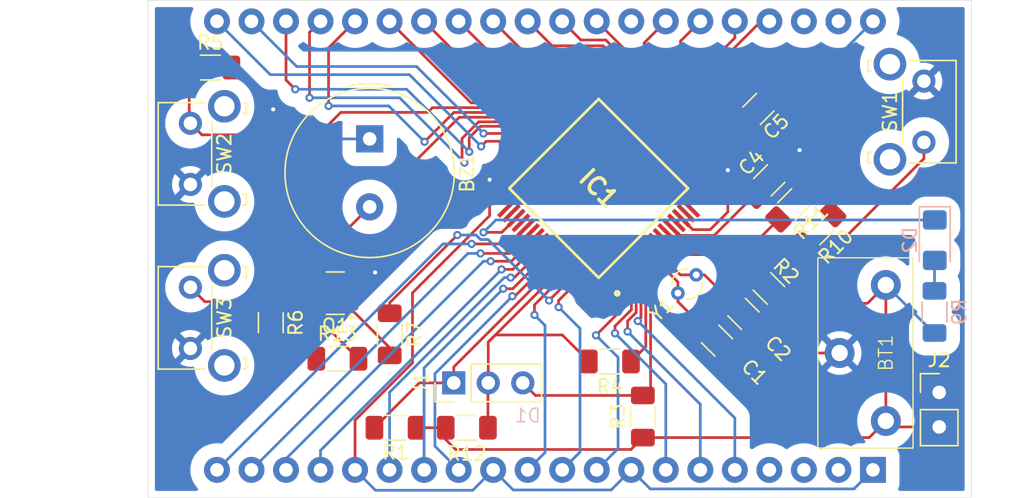
<source format=kicad_pcb>
(kicad_pcb (version 20241229) (generator "pcbnew") (generator_version "9.0")
  (layers (0 "F.Cu" signal "Front") (4 "In1.Cu" signal) (6 "In2.Cu" signal) (2 "B.Cu" signal "Back") (13 "F.Paste" user) (15 "B.Paste" user) (5 "F.SilkS" user) (7 "B.SilkS" user) (1 "F.Mask" user) (3 "B.Mask" user) (25 "Edge.Cuts" user))
  (net 0 "")
  (net 1 "/COM")
  (net 2 "/XT2")
  (net 3 "/SEG22")
  (net 4 "GND")
  (net 6 "/SEG14")
  (net 7 "/SEG12")
  (net 8 "/SEG13")
  (net 9 "/SEG34")
  (net 10 "Net-(BZ1--)")
  (net 12 "/XT1")
  (net 13 "/SEG1")
  (net 15 "/SEG38")
  (net 16 "/TOOLRXD")
  (net 17 "/SEG11")
  (net 18 "/TOOLTXD")
  (net 19 "/SEG25")
  (net 21 "/SEG15")
  (net 22 "VDD")
  (net 24 "/SEG21")
  (net 25 "/SEG36")
  (net 26 "/SEG31")
  (net 27 "/SEG35")
  (net 29 "/SEG18")
  (net 31 "/SEG3")
  (net 32 "/SEG0")
  (net 33 "/SEG6")
  (net 34 "/SEG10")
  (net 35 "/SEG20")
  (net 36 "/SEG28")
  (net 37 "/SEG9")
  (net 39 "/SEG33")
  (net 41 "/SEG37")
  (net 42 "/SEG32")
  (net 43 "Net-(IC1-REGC)")
  (net 45 "/RESET")
  (net 48 "/SEG23")
  (net 49 "/TOOL0")
  (net 50 "/SEG16")
  (net 51 "Net-(IC1-P16{slash}SI01{slash}INTP2{slash}SEG5)")
  (net 52 "/SEG19")
  (net 53 "/SEG8")
  (net 54 "/SEG24")
  (net 56 "Net-(IC1-P121{slash}X1)")
  (net 57 "/SEG26")
  (net 58 "/SEG2")
  (net 59 "Net-(D2-K)")
  (net 60 "Net-(IC1-P122{slash}X2{slash}EXCLK)")
  (net 61 "/SWIN")
  (net 62 "/SWOUT")
  (net 63 "Net-(IC1-P50{slash}INTP5{slash}SEG7{slash}(PCLBUZ0))")
  (net 64 "/PCLBUZ0")
  (net 65 "Net-(IC1-P137{slash}INTP0)")
  (net 66 "Net-(Q1-B)")
  (net 67 "Net-(D2-A)")
  (footprint "Buzzer_Beeper:Buzzer_TDK_PS1240P02BT_D12.2mm_H6.5mm" (layer "F.Cu") (at 132.375 94.15 -90)
    (property "Reference" "BZ1")
    (property "Value" "Buzzer")
  )
  (footprint "Resistor_SMD:R_1206_3216Metric_Pad1.30x1.75mm_HandSolder" (layer "F.Cu") (at 120.65 88.9)
    (property "Reference" "R5")
    (property "Value" "10k")
  )
  (footprint "Capacitor_SMD:C_1206_3216Metric_Pad1.33x1.80mm_HandSolder" (layer "F.Cu") (at 157.925 109 135)
    (property "Reference" "C1")
    (property "Value" "8pf")
  )
  (footprint "Connector_PinHeader_2.54mm:PinHeader_1x03_P2.54mm_Vertical" (layer "F.Cu") (at 138.56 112.1 90)
    (property "Reference" "J1")
    (property "Value" "Conn_01x03_Pin")
  )
  (footprint "Resistor_SMD:R_1206_3216Metric_Pad1.30x1.75mm_HandSolder" (layer "F.Cu") (at 130 110.325)
    (property "Reference" "R13")
    (property "Value" "1k")
  )
  (footprint "Button_Switch_THT:SW_SPST_Omron_B3F-315x_Angled" (layer "F.Cu") (at 119.185 109.565001 90)
    (property "Reference" "SW3")
    (property "Value" "SW_MEC_5G")
  )
  (footprint "Resistor_SMD:R_1206_3216Metric_Pad1.30x1.75mm_HandSolder" (layer "F.Cu") (at 125.1 107.675 -90)
    (property "Reference" "R6")
    (property "Value" "10k")
  )
  (footprint "Button_Switch_THT:SW_SPST_Omron_B3F-315x_Angled" (layer "F.Cu") (at 119.185 97.500001 90)
    (property "Reference" "SW2")
    (property "Value" "SW_MEC_5G")
  )
  (footprint "Button_Switch_THT:SW_SPST_Omron_B3F-315x_Angled" (layer "F.Cu") (at 173.15 89.899999 -90)
    (property "Reference" "SW1")
    (property "Value" "SW_MEC_5G")
  )
  (footprint "3rdparty:QFP50P1200X1200X170-64M" (layer "F.Cu") (at 149.225 97.79 135)
    (property "Reference" "IC1")
    (property "Value" "R5F10RLAGFB#10" (hide yes))
  )
  (footprint "Crystal:Crystal_DS26_D2.0mm_L6.0mm_Vertical" (layer "F.Cu") (at 156.396752 104.153249 -135)
    (property "Reference" "Y1")
    (property "Value" "32.768 kHz")
  )
  (footprint "Connector_PinHeader_2.54mm:PinHeader_1x02_P2.54mm_Vertical" (layer "F.Cu") (at 174.275 112.8)
    (property "Reference" "J2")
    (property "Value" "Conn_01x02_Pin")
  )
  (footprint "Resistor_SMD:R_1206_3216Metric_Pad1.30x1.75mm_HandSolder" (layer "F.Cu") (at 133.85 108.525 -90)
    (property "Reference" "R7")
    (property "Value" "4.7k")
  )
  (footprint "Resistor_SMD:R_1206_3216Metric_Pad1.30x1.75mm_HandSolder" (layer "F.Cu") (at 150.05 110.525 180)
    (property "Reference" "R4")
    (property "Value" "2k")
  )
  (footprint "Capacitor_SMD:C_1206_3216Metric_Pad1.33x1.80mm_HandSolder" (layer "F.Cu") (at 159.875 107.025 135)
    (property "Reference" "C2")
    (property "Value" "8pf")
  )
  (footprint "Resistor_SMD:R_1206_3216Metric_Pad1.30x1.75mm_HandSolder" (layer "F.Cu") (at 163.55 98.975 -135)
    (property "Reference" "R11")
    (property "Value" "10k")
  )
  (footprint "Package_TO_SOT_SMD:SOT-23" (layer "F.Cu") (at 129.85 105.5 180)
    (property "Reference" "Q1")
    (property "Value" "BC848")
  )
  (footprint "Resistor_SMD:R_1206_3216Metric_Pad1.30x1.75mm_HandSolder" (layer "F.Cu") (at 165.37 100.78 -135)
    (property "Reference" "R10")
    (property "Value" "10k")
  )
  (footprint "3rdparty:COIN_HOLDER_TH" (layer "F.Cu") (at 170.35 109.9 90)
    (property "Reference" "BT1")
    (property "Value" "Battery_Cell")
  )
  (footprint "Capacitor_SMD:C_1206_3216Metric_Pad1.33x1.80mm_HandSolder" (layer "F.Cu") (at 161.775 97.2 45)
    (property "Reference" "C4")
    (property "Value" "0.47uF")
  )
  (footprint "Resistor_SMD:R_1206_3216Metric_Pad1.30x1.75mm_HandSolder" (layer "F.Cu") (at 139.525 115.4)
    (property "Reference" "R12")
    (property "Value" "10k")
  )
  (footprint "Resistor_SMD:R_1206_3216Metric_Pad1.30x1.75mm_HandSolder" (layer "F.Cu") (at 161.75 105.15 -45)
    (property "Reference" "R2")
    (property "Value" "10k")
  )
  (footprint "Capacitor_SMD:C_1206_3216Metric_Pad1.33x1.80mm_HandSolder" (layer "F.Cu") (at 160.975 91.95 -135)
    (property "Reference" "C5")
    (property "Value" "0.1uF")
  )
  (footprint "Resistor_SMD:R_1206_3216Metric_Pad1.30x1.75mm_HandSolder" (layer "F.Cu") (at 134.275 115.4 180)
    (property "Reference" "R1")
    (property "Value" "10k")
  )
  (footprint "Resistor_SMD:R_1206_3216Metric_Pad1.30x1.75mm_HandSolder" (layer "F.Cu") (at 152.475 114.575 90)
    (property "Reference" "R3")
    (property "Value" "1k")
  )
  (footprint "3rdparty:VI-402" (layer "B.Cu") (at 144 87.5 180)
    (property "Reference" "D1")
    (property "Value" "~")
  )
  (footprint "Resistor_SMD:R_1206_3216Metric_Pad1.30x1.75mm_HandSolder" (layer "B.Cu") (at 173.93 106.88 90)
    (property "Reference" "R9")
    (property "Value" "1.6k")
  )
  (footprint "LED_SMD:LED_1206_3216Metric_Pad1.42x1.75mm_HandSolder" (layer "B.Cu") (at 173.95 101.6 -90)
    (property "Reference" "D2")
    (property "Value" "LED")
  )
  (gr_rect (start 116.075 83.95) (end 176.65 120.55) (stroke (width 0.0381)) (fill no) (layer "Edge.Cuts"))
  (segment (start 141.2 97.15) (end 141.2 99.803295) (width 0.2) (layer "F.Cu") (net 1))
  (segment (start 142.036439 96.313561) (end 141.2 97.15) (width 0.2) (layer "F.Cu") (net 1))
  (segment (start 142.44526 96.313561) (end 142.036439 96.313561) (width 0.2) (layer "F.Cu") (net 1))
  (segment (start 135.525 105.478295) (end 135.525 110.625) (width 0.2) (layer "F.Cu") (net 1))
  (segment (start 131.3 114.85) (end 131.3 118.5) (width 0.2) (layer "F.Cu") (net 1))
  (segment (start 142.44526 96.313561) (end 143.50592 95.252901) (width 0.2) (layer "F.Cu") (net 1))
  (segment (start 135.525 110.625) (end 131.3 114.85) (width 0.2) (layer "F.Cu") (net 1))
  (segment (start 141.2 99.803295) (end 135.525 105.478295) (width 0.2) (layer "F.Cu") (net 1))
  (via (at 141.2 97.15) (size 0.6) (drill 0.3) (layers "F.Cu" "B.Cu") (net 1))
  (segment (start 164.125 90.775) (end 169.4 85.5) (width 0.2) (layer "B.Cu") (net 1))
  (segment (start 141.2 97.15) (end 152.625 97.15) (width 0.2) (layer "B.Cu") (net 1))
  (segment (start 131.3 118.5) (end 132.8 120) (width 0.2) (layer "B.Cu") (net 1))
  (segment (start 159 90.775) (end 164.125 90.775) (width 0.2) (layer "B.Cu") (net 1))
  (segment (start 151.62 118.5) (end 153.02 119.9) (width 0.2) (layer "B.Cu") (net 1))
  (segment (start 139.96 120) (end 141.46 118.5) (width 0.2) (layer "B.Cu") (net 1))
  (segment (start 153.02 119.9) (end 168.025 119.9) (width 0.2) (layer "B.Cu") (net 1))
  (segment (start 142.935 119.975) (end 150.145 119.975) (width 0.2) (layer "B.Cu") (net 1))
  (segment (start 152.625 97.15) (end 159 90.775) (width 0.2) (layer "B.Cu") (net 1))
  (segment (start 150.145 119.975) (end 151.62 118.5) (width 0.2) (layer "B.Cu") (net 1))
  (segment (start 168.025 119.875) (end 169.4 118.5) (width 0.2) (layer "B.Cu") (net 1))
  (segment (start 168.025 119.9) (end 168.025 119.875) (width 0.2) (layer "B.Cu") (net 1))
  (segment (start 132.8 120) (end 139.96 120) (width 0.2) (layer "B.Cu") (net 1))
  (segment (start 141.46 118.5) (end 142.935 119.975) (width 0.2) (layer "B.Cu") (net 1))
  (segment (start 155.053249 104.678909) (end 152.822759 102.448419) (width 0.2) (layer "F.Cu") (net 2))
  (segment (start 155.053249 105.496752) (end 155.053249 106.128249) (width 0.2) (layer "F.Cu") (net 2))
  (segment (start 155.053249 106.128249) (end 156.820146 107.895146) (width 0.2) (layer "F.Cu") (net 2))
  (segment (start 155.053249 105.496752) (end 155.053249 104.678909) (width 0.2) (layer "F.Cu") (net 2))
  (segment (start 151.762099 103.50908) (end 152.334814 104.081795) (width 0.2) (layer "F.Cu") (net 3))
  (segment (start 152.334814 104.081795) (end 152.334814 107.315186) (width 0.2) (layer "F.Cu") (net 3))
  (segment (start 152.334814 107.315186) (end 152.1 107.55) (width 0.2) (layer "F.Cu") (net 3))
  (via (at 152.1 107.55) (size 0.6) (drill 0.3) (layers "F.Cu" "B.Cu") (net 3))
  (segment (start 152.1 107.55) (end 159.24 114.69) (width 0.2) (layer "B.Cu") (net 3))
  (segment (start 159.24 114.69) (end 159.24 118.5) (width 0.2) (layer "B.Cu") (net 3))
  (segment (start 160.979854 108.129854) (end 162.75 109.9) (width 0.2) (layer "F.Cu") (net 4))
  (segment (start 158.725 99.525) (end 158.725 96.45) (width 0.2) (layer "F.Cu") (net 4))
  (segment (start 158.725 96.45) (end 158.725 96.425) (width 0.2) (layer "F.Cu") (net 4))
  (segment (start 162.879854 96.064562) (end 162.879854 96.095146) (width 0.2) (layer "F.Cu") (net 4))
  (segment (start 162.75 109.9) (end 166.95 109.9) (width 0.2) (layer "F.Cu") (net 4))
  (segment (start 155.297633 99.973546) (end 156.149087 100.825) (width 0.2) (layer "F.Cu") (net 4))
  (segment (start 130.7875 104.55) (end 132.2 104.55) (width 0.2) (layer "F.Cu") (net 4))
  (segment (start 160.979854 108.154854) (end 160.979854 108.129854) (width 0.2) (layer "F.Cu") (net 4))
  (segment (start 158.375 99.875) (end 158.725 99.525) (width 0.2) (layer "F.Cu") (net 4))
  (segment (start 154.94408 100.327099) (end 155.297633 99.973546) (width 0.2) (layer "F.Cu") (net 4))
  (segment (start 159.029854 110.104854) (end 160.979854 108.154854) (width 0.2) (layer "F.Cu") (net 4))
  (segment (start 156.149087 100.825) (end 157.425 100.825) (width 0.2) (layer "F.Cu") (net 4))
  (segment (start 132.2 104.55) (end 132.775 103.975) (width 0.2) (layer "F.Cu") (net 4))
  (segment (start 159.870146 93.054854) (end 162.879854 96.064562) (width 0.2) (layer "F.Cu") (net 4))
  (segment (start 157.425 100.825) (end 158.375 99.875) (width 0.2) (layer "F.Cu") (net 4))
  (segment (start 162.879854 96.095146) (end 164 94.975) (width 0.2) (layer "F.Cu") (net 4))
  (via (at 132.775 103.975) (size 0.6) (drill 0.3) (layers "F.Cu" "B.Cu") (net 4))
  (via (at 164 94.975) (size 0.6) (drill 0.3) (layers "F.Cu" "B.Cu") (net 4))
  (via (at 158.725 96.45) (size 0.6) (drill 0.3) (layers "F.Cu" "B.Cu") (net 4))
  (segment (start 151.408546 91.717367) (end 151.98126 91.144653) (width 0.2) (layer "F.Cu") (net 6))
  (segment (start 151.98126 91.144653) (end 151.98126 88.40126) (width 0.2) (layer "F.Cu") (net 6))
  (segment (start 151.98126 88.40126) (end 149.08 85.5) (width 0.2) (layer "F.Cu") (net 6))
  (segment (start 145.8 87.3) (end 144 85.5) (width 0.2) (layer "F.Cu") (net 7))
  (segment (start 150.701439 88.451439) (end 149.55 87.3) (width 0.2) (layer "F.Cu") (net 7))
  (segment (start 149.55 87.3) (end 145.8 87.3) (width 0.2) (layer "F.Cu") (net 7))
  (segment (start 150.701439 91.01026) (end 150.701439 88.451439) (width 0.2) (layer "F.Cu") (net 7))
  (segment (start 149.75 86.875) (end 147.915 86.875) (width 0.2) (layer "F.Cu") (net 8))
  (segment (start 147.915 86.875) (end 146.54 85.5) (width 0.2) (layer "F.Cu") (net 8))
  (segment (start 151.054992 91.363814) (end 151.65 90.768806) (width 0.2) (layer "F.Cu") (net 8))
  (segment (start 151.65 88.775) (end 149.75 86.875) (width 0.2) (layer "F.Cu") (net 8))
  (segment (start 151.65 90.768806) (end 151.65 88.775) (width 0.2) (layer "F.Cu") (net 8))
  (segment (start 144.920134 101.741313) (end 142.911447 103.75) (width 0.2) (layer "F.Cu") (net 9))
  (segment (start 142.911447 103.75) (end 142.075 103.75) (width 0.2) (layer "F.Cu") (net 9))
  (via (at 142.075 103.75) (size 0.6) (drill 0.3) (layers "F.Cu" "B.Cu") (net 9))
  (segment (start 142.075 103.75) (end 128.76 117.065) (width 0.2) (layer "B.Cu") (net 9))
  (segment (start 128.76 117.065) (end 128.76 118.5) (width 0.2) (layer "B.Cu") (net 9))
  (segment (start 132.375 99.15) (end 127.45 104.075) (width 0.2) (layer "F.Cu") (net 10))
  (segment (start 128.025 105.5) (end 128.9125 105.5) (width 0.2) (layer "F.Cu") (net 10))
  (segment (start 131.55 110.325) (end 128.9125 107.6875) (width 0.2) (layer "F.Cu") (net 10))
  (segment (start 127.45 104.075) (end 127.45 104.925) (width 0.2) (layer "F.Cu") (net 10))
  (segment (start 128.9125 107.6875) (end 128.9125 105.5) (width 0.2) (layer "F.Cu") (net 10))
  (segment (start 127.45 104.925) (end 128.025 105.5) (width 0.2) (layer "F.Cu") (net 10))
  (segment (start 157.003249 104.153249) (end 158.770146 105.920146) (width 0.2) (layer "F.Cu") (net 12))
  (segment (start 156.396752 104.153249) (end 155.234696 104.153249) (width 0.2) (layer "F.Cu") (net 12))
  (segment (start 156.396752 104.153249) (end 157.003249 104.153249) (width 0.2) (layer "F.Cu") (net 12))
  (segment (start 155.234696 104.153249) (end 153.176313 102.094866) (width 0.2) (layer "F.Cu") (net 12))
  (segment (start 144.213027 94.545794) (end 143.417233 93.75) (width 0.2) (layer "F.Cu") (net 13))
  (segment (start 143.417233 93.75) (end 140.75 93.75) (width 0.2) (layer "F.Cu") (net 13))
  (via (at 140.75 93.75) (size 0.6) (drill 0.3) (layers "F.Cu" "B.Cu") (net 13))
  (segment (start 127.005 88.825) (end 123.68 85.5) (width 0.2) (layer "B.Cu") (net 13))
  (segment (start 140.75 93.75) (end 135.825 88.825) (width 0.2) (layer "B.Cu") (net 13))
  (segment (start 135.825 88.825) (end 127.005 88.825) (width 0.2) (layer "B.Cu") (net 13))
  (segment (start 141.075 112.125) (end 141.1 112.1) (width 0.2) (layer "F.Cu") (net 16))
  (segment (start 146.55 108.575) (end 141.62198 108.575) (width 0.2) (layer "F.Cu") (net 16))
  (segment (start 146.687901 103.50908) (end 141.19849 108.99849) (width 0.2) (layer "F.Cu") (net 16))
  (segment (start 148.5 110.525) (end 146.55 108.575) (width 0.2) (layer "F.Cu") (net 16))
  (segment (start 141.19849 108.99849) (end 141.1 109.096981) (width 0.2) (layer "F.Cu") (net 16))
  (segment (start 141.1 109.096981) (end 141.1 112.1) (width 0.2) (layer "F.Cu") (net 16))
  (segment (start 141.62198 108.575) (end 141.19849 108.99849) (width 0.2) (layer "F.Cu") (net 16))
  (segment (start 141.075 115.4) (end 141.075 112.125) (width 0.2) (layer "F.Cu") (net 16))
  (segment (start 147.748561 91.01026) (end 147.175847 90.437546) (width 0.2) (layer "F.Cu") (net 17))
  (segment (start 146.397546 90.437546) (end 141.46 85.5) (width 0.2) (layer "F.Cu") (net 17))
  (segment (start 147.175847 90.437546) (end 146.397546 90.437546) (width 0.2) (layer "F.Cu") (net 17))
  (segment (start 138.56 110.929873) (end 146.334347 103.155526) (width 0.2) (layer "F.Cu") (net 18))
  (segment (start 138.56 112.1) (end 138.56 110.929873) (width 0.2) (layer "F.Cu") (net 18))
  (segment (start 132.725 115.4) (end 136.025 112.1) (width 0.2) (layer "F.Cu") (net 18))
  (segment (start 136.025 112.1) (end 138.56 112.1) (width 0.2) (layer "F.Cu") (net 18))
  (segment (start 151.299707 106.325293) (end 149.025 108.6) (width 0.2) (layer "F.Cu") (net 19))
  (segment (start 150.701439 104.56974) (end 151.299707 105.168008) (width 0.2) (layer "F.Cu") (net 19))
  (segment (start 151.299707 105.168008) (end 151.299707 106.325293) (width 0.2) (layer "F.Cu") (net 19))
  (via (at 149.025 108.6) (size 0.6) (drill 0.3) (layers "F.Cu" "B.Cu") (net 19))
  (segment (start 150.65 110.225) (end 150.65 116.93) (width 0.2) (layer "B.Cu") (net 19))
  (segment (start 150.65 116.93) (end 149.08 118.5) (width 0.2) (layer "B.Cu") (net 19))
  (segment (start 149.025 108.6) (end 150.65 110.225) (width 0.2) (layer "B.Cu") (net 19))
  (segment (start 151.762099 92.07092) (end 152.575 91.258019) (width 0.2) (layer "F.Cu") (net 21))
  (segment (start 152.575 91.258019) (end 152.575 87.085) (width 0.2) (layer "F.Cu") (net 21))
  (segment (start 152.575 87.085) (end 154.16 85.5) (width 0.2) (layer "F.Cu") (net 21))
  (segment (start 170.35 104.9) (end 170.35 114.9) (width 0.2) (layer "F.Cu") (net 22))
  (segment (start 152.475 116.125) (end 151.6 117) (width 0.2) (layer "F.Cu") (net 22))
  (segment (start 152.275 116.125) (end 152.175 116.025) (width 0.2) (layer "F.Cu") (net 22))
  (segment (start 174.275 115.34) (end 170.79 115.34) (width 0.2) (layer "F.Cu") (net 22))
  (segment (start 138.7 117) (end 137.975 116.275) (width 0.2) (layer "F.Cu") (net 22))
  (segment (start 135.825 115.4) (end 137.975 115.4) (width 0.2) (layer "F.Cu") (net 22))
  (segment (start 125.1 109.225) (end 127.35 109.225) (width 0.2) (layer "F.Cu") (net 22))
  (segment (start 152.475 116.125) (end 152.275 116.125) (width 0.2) (layer "F.Cu") (net 22))
  (segment (start 152.475 116.125) (end 169.125 116.125) (width 0.2) (layer "F.Cu") (net 22))
  (segment (start 127.35 109.225) (end 128.45 110.325) (width 0.2) (layer "F.Cu") (net 22))
  (segment (start 170.79 115.34) (end 170.35 114.9) (width 0.2) (layer "F.Cu") (net 22))
  (segment (start 122.2 88.9) (end 125.275 91.975) (width 0.2) (layer "F.Cu") (net 22))
  (segment (start 169.003984 106.246016) (end 170.35 104.9) (width 0.2) (layer "F.Cu") (net 22))
  (segment (start 137.975 116.275) (end 137.975 115.4) (width 0.2) (layer "F.Cu") (net 22))
  (segment (start 169.125 116.125) (end 170.35 114.9) (width 0.2) (layer "F.Cu") (net 22))
  (segment (start 151.6 117) (end 138.7 117) (width 0.2) (layer "F.Cu") (net 22))
  (segment (start 162.846016 106.246016) (end 169.003984 106.246016) (width 0.2) (layer "F.Cu") (net 22))
  (via (at 125.275 91.975) (size 0.6) (drill 0.3) (layers "F.Cu" "B.Cu") (net 22))
  (segment (start 127.45 94.15) (end 132.375 94.15) (width 0.2) (layer "B.Cu") (net 22))
  (segment (start 125.275 91.975) (end 127.45 94.15) (width 0.2) (layer "B.Cu") (net 22))
  (segment (start 170.35 104.9) (end 173.88 108.43) (width 0.2) (layer "B.Cu") (net 22))
  (segment (start 173.88 108.43) (end 173.93 108.43) (width 0.2) (layer "B.Cu") (net 22))
  (segment (start 144.213027 101.034206) (end 142.672233 102.575) (width 0.2) (layer "F.Cu") (net 25))
  (segment (start 142.672233 102.575) (end 140.525 102.575) (width 0.2) (layer "F.Cu") (net 25))
  (via (at 140.525 102.575) (size 0.6) (drill 0.3) (layers "F.Cu" "B.Cu") (net 25))
  (segment (start 140.525 102.575) (end 139.605 102.575) (width 0.2) (layer "B.Cu") (net 25))
  (segment (start 139.605 102.575) (end 123.68 118.5) (width 0.2) (layer "B.Cu") (net 25))
  (segment (start 145.980794 102.801973) (end 143.057767 105.725) (width 0.2) (layer "F.Cu") (net 26))
  (segment (start 143.057767 105.725) (end 142.875 105.725) (width 0.2) (layer "F.Cu") (net 26))
  (via (at 142.875 105.725) (size 0.6) (drill 0.3) (layers "F.Cu" "B.Cu") (net 26))
  (segment (start 137.175 116.755) (end 138.92 118.5) (width 0.2) (layer "B.Cu") (net 26))
  (segment (start 137.175 111.425) (end 137.175 116.755) (width 0.2) (layer "B.Cu") (net 26))
  (segment (start 142.875 105.725) (end 137.175 111.425) (width 0.2) (layer "B.Cu") (net 26))
  (segment (start 139.508 117.912) (end 138.92 118.5) (width 0.2) (layer "B.Cu") (net 26))
  (segment (start 142.80434 103.15) (end 141.275 103.15) (width 0.2) (layer "F.Cu") (net 27))
  (segment (start 144.566581 101.387759) (end 142.80434 103.15) (width 0.2) (layer "F.Cu") (net 27))
  (via (at 141.275 103.15) (size 0.6) (drill 0.3) (layers "F.Cu" "B.Cu") (net 27))
  (segment (start 141.275 103.15) (end 140.75 103.15) (width 0.2) (layer "B.Cu") (net 27))
  (segment (start 126.22 117.68) (end 126.22 118.5) (width 0.2) (layer "B.Cu") (net 27))
  (segment (start 140.75 103.15) (end 126.22 117.68) (width 0.2) (layer "B.Cu") (net 27))
  (segment (start 152.822759 93.131581) (end 159.24 86.71434) (width 0.2) (layer "F.Cu") (net 29))
  (segment (start 159.24 86.71434) (end 159.24 85.5) (width 0.2) (layer "F.Cu") (net 29))
  (segment (start 139.172 94.117433) (end 139.172 95.722) (width 0.2) (layer "F.Cu") (net 31))
  (segment (start 143.975447 92.894) (end 140.395433 92.894) (width 0.2) (layer "F.Cu") (net 31))
  (segment (start 139.172 95.722) (end 139.35 95.9) (width 0.2) (layer "F.Cu") (net 31))
  (segment (start 140.395433 92.894) (end 139.172 94.117433) (width 0.2) (layer "F.Cu") (net 31))
  (segment (start 127.95 91.125) (end 127.95 86.31) (width 0.2) (layer "F.Cu") (net 31))
  (segment (start 127.95 86.31) (end 128.76 85.5) (width 0.2) (layer "F.Cu") (net 31))
  (segment (start 144.920134 93.838687) (end 143.975447 92.894) (width 0.2) (layer "F.Cu") (net 31))
  (via (at 139.35 95.9) (size 0.6) (drill 0.3) (layers "F.Cu" "B.Cu") (net 31))
  (via (at 127.95 91.125) (size 0.6) (drill 0.3) (layers "F.Cu" "B.Cu") (net 31))
  (segment (start 139.35 95.9) (end 134.575 91.125) (width 0.2) (layer "B.Cu") (net 31))
  (segment (start 127.95 91.125) (end 127.925 91.125) (width 0.2) (layer "B.Cu") (net 31))
  (segment (start 134.575 91.125) (end 127.95 91.125) (width 0.2) (layer "B.Cu") (net 31))
  (segment (start 140.948367 94.326633) (end 140.575 94.7) (width 0.2) (layer "F.Cu") (net 32))
  (segment (start 143.28676 94.326633) (end 140.948367 94.326633) (width 0.2) (layer "F.Cu") (net 32))
  (segment (start 143.859474 94.899347) (end 143.28676 94.326633) (width 0.2) (layer "F.Cu") (net 32))
  (via (at 140.575 94.7) (size 0.6) (drill 0.3) (layers "F.Cu" "B.Cu") (net 32))
  (segment (start 135.3 89.425) (end 125.065 89.425) (width 0.2) (layer "B.Cu") (net 32))
  (segment (start 125.065 89.425) (end 121.14 85.5) (width 0.2) (layer "B.Cu") (net 32))
  (segment (start 140.575 94.7) (end 135.3 89.425) (width 0.2) (layer "B.Cu") (net 32))
  (segment (start 138.569687 92.205313) (end 136.4125 94.3625) (width 0.2) (layer "F.Cu") (net 33))
  (segment (start 145.40808 92.205313) (end 138.569687 92.205313) (width 0.2) (layer "F.Cu") (net 33))
  (segment (start 145.980794 92.778027) (end 145.40808 92.205313) (width 0.2) (layer "F.Cu") (net 33))
  (segment (start 136.4125 94.3625) (end 136.4 94.375) (width 0.2) (layer "F.Cu") (net 33))
  (segment (start 129.35 87.45) (end 131.3 85.5) (width 0.2) (layer "F.Cu") (net 33))
  (segment (start 129.35 91.725) (end 129.35 87.45) (width 0.2) (layer "F.Cu") (net 33))
  (via (at 136.4125 94.3625) (size 0.6) (drill 0.3) (layers "F.Cu" "B.Cu") (net 33))
  (via (at 129.35 91.725) (size 0.6) (drill 0.3) (layers "F.Cu" "B.Cu") (net 33))
  (segment (start 136.4125 94.3625) (end 133.775 91.725) (width 0.2) (layer "B.Cu") (net 33))
  (segment (start 129.35 91.725) (end 129.3 91.725) (width 0.2) (layer "B.Cu") (net 33))
  (segment (start 133.775 91.725) (end 129.35 91.725) (width 0.2) (layer "B.Cu") (net 33))
  (segment (start 144.211099 90.791099) (end 138.92 85.5) (width 0.2) (layer "F.Cu") (net 34))
  (segment (start 147.395008 91.363814) (end 146.822293 90.791099) (width 0.2) (layer "F.Cu") (net 34))
  (segment (start 146.822293 90.791099) (end 144.211099 90.791099) (width 0.2) (layer "F.Cu") (net 34))
  (segment (start 144.5 106.364489) (end 144.5 107.1) (width 0.2) (layer "F.Cu") (net 36))
  (segment (start 147.001856 103.862633) (end 144.5 106.364489) (width 0.2) (layer "F.Cu") (net 36))
  (segment (start 147.041454 103.862633) (end 147.001856 103.862633) (width 0.2) (layer "F.Cu") (net 36))
  (via (at 144.5 107.1) (size 0.6) (drill 0.3) (layers "F.Cu" "B.Cu") (net 36))
  (segment (start 145.275 117.225) (end 144 118.5) (width 0.2) (layer "B.Cu") (net 36))
  (segment (start 144.5 107.1) (end 145.275 107.875) (width 0.2) (layer "B.Cu") (net 36))
  (segment (start 145.275 107.875) (end 145.275 117.225) (width 0.2) (layer "B.Cu") (net 36))
  (segment (start 146.468739 91.144652) (end 142.024652 91.144652) (width 0.2) (layer "F.Cu") (net 37))
  (segment (start 142.024652 91.144652) (end 136.38 85.5) (width 0.2) (layer "F.Cu") (net 37))
  (segment (start 147.041454 91.717367) (end 146.468739 91.144652) (width 0.2) (layer "F.Cu") (net 37))
  (segment (start 143.018553 104.35) (end 142.75 104.35) (width 0.2) (layer "F.Cu") (net 39))
  (segment (start 145.273687 102.094866) (end 143.018553 104.35) (width 0.2) (layer "F.Cu") (net 39))
  (via (at 142.75 104.35) (size 0.6) (drill 0.3) (layers "F.Cu" "B.Cu") (net 39))
  (segment (start 133.84 112.788295) (end 133.84 118.5) (width 0.2) (layer "B.Cu") (net 39))
  (segment (start 142.278295 104.35) (end 133.84 112.788295) (width 0.2) (layer "B.Cu") (net 39))
  (segment (start 142.75 104.35) (end 142.278295 104.35) (width 0.2) (layer "B.Cu") (net 39))
  (segment (start 143.859474 100.680653) (end 142.665127 101.875) (width 0.2) (layer "F.Cu") (net 41))
  (segment (start 142.665127 101.875) (end 139.875 101.875) (width 0.2) (layer "F.Cu") (net 41))
  (via (at 139.875 101.875) (size 0.6) (drill 0.3) (layers "F.Cu" "B.Cu") (net 41))
  (segment (start 139.875 101.875) (end 137.765 101.875) (width 0.2) (layer "B.Cu") (net 41))
  (segment (start 137.765 101.875) (end 121.14 118.5) (width 0.2) (layer "B.Cu") (net 41))
  (segment (start 142.90066 105.175) (end 142.2 105.175) (width 0.2) (layer "F.Cu") (net 42))
  (segment (start 145.627241 102.448419) (end 143.57566 104.5) (width 0.2) (layer "F.Cu") (net 42))
  (segment (start 143.57566 104.5) (end 142.90066 105.175) (width 0.2) (layer "F.Cu") (net 42))
  (via (at 142.2 105.175) (size 0.6) (drill 0.3) (layers "F.Cu" "B.Cu") (net 42))
  (segment (start 136.38 110.995) (end 136.38 118.5) (width 0.2) (layer "B.Cu") (net 42))
  (segment (start 142.2 105.175) (end 136.38 110.995) (width 0.2) (layer "B.Cu") (net 42))
  (segment (start 155.16324 101.253367) (end 154.590526 100.680653) (width 0.2) (layer "F.Cu") (net 43))
  (segment (start 157.721633 101.253367) (end 155.16324 101.253367) (width 0.2) (layer "F.Cu") (net 43))
  (segment (start 160.670146 98.304854) (end 157.721633 101.253367) (width 0.2) (layer "F.Cu") (net 43))
  (segment (start 153.041921 103.374688) (end 152.469206 102.801973) (width 0.2) (layer "F.Cu") (net 45))
  (segment (start 152.475 113.025) (end 153.041921 112.458079) (width 0.2) (layer "F.Cu") (net 45))
  (segment (start 143.64 112.1) (end 144.565 113.025) (width 0.2) (layer "F.Cu") (net 45))
  (segment (start 153.041921 112.458079) (end 153.041921 103.374688) (width 0.2) (layer "F.Cu") (net 45))
  (segment (start 144.565 113.025) (end 152.475 113.025) (width 0.2) (layer "F.Cu") (net 45))
  (segment (start 151.98126 106.922035) (end 151.35 107.553295) (width 0.2) (layer "F.Cu") (net 48))
  (segment (start 151.35 107.553295) (end 151.35 108.325) (width 0.2) (layer "F.Cu") (net 48))
  (segment (start 151.98126 104.435347) (end 151.98126 106.922035) (width 0.2) (layer "F.Cu") (net 48))
  (segment (start 151.408546 103.862633) (end 151.98126 104.435347) (width 0.2) (layer "F.Cu") (net 48))
  (via (at 151.35 108.325) (size 0.6) (drill 0.3) (layers "F.Cu" "B.Cu") (net 48))
  (segment (start 156.7 113.675) (end 156.7 118.5) (width 0.2) (layer "B.Cu") (net 48))
  (segment (start 151.35 108.325) (end 156.7 113.675) (width 0.2) (layer "B.Cu") (net 48))
  (segment (start 152.688367 109.436633) (end 152.688367 103.72824) (width 0.2) (layer "F.Cu") (net 49))
  (segment (start 152.688367 103.72824) (end 152.115653 103.155526) (width 0.2) (layer "F.Cu") (net 49))
  (segment (start 151.6 110.525) (end 152.688367 109.436633) (width 0.2) (layer "F.Cu") (net 49))
  (segment (start 155.25 89.290127) (end 155.25 86.95) (width 0.2) (layer "F.Cu") (net 50))
  (segment (start 152.115653 92.424474) (end 155.25 89.290127) (width 0.2) (layer "F.Cu") (net 50))
  (segment (start 155.25 86.95) (end 156.7 85.5) (width 0.2) (layer "F.Cu") (net 50))
  (segment (start 145.054526 92.558866) (end 138.962839 92.558866) (width 0.2) (layer "F.Cu") (net 51))
  (segment (start 145.627241 93.131581) (end 145.054526 92.558866) (width 0.2) (layer "F.Cu") (net 51))
  (segment (start 138.962839 92.558866) (end 134.771705 96.75) (width 0.2) (layer "F.Cu") (net 51))
  (segment (start 125.1 102.7) (end 125.1 106.125) (width 0.2) (layer "F.Cu") (net 51))
  (segment (start 131.05 96.75) (end 125.1 102.7) (width 0.2) (layer "F.Cu") (net 51))
  (segment (start 125.1 106.125) (end 120.244999 106.125) (width 0.2) (layer "F.Cu") (net 51))
  (segment (start 120.244999 106.125) (end 119.185 105.065001) (width 0.2) (layer "F.Cu") (net 51))
  (segment (start 134.771705 96.75) (end 131.05 96.75) (width 0.2) (layer "F.Cu") (net 51))
  (segment (start 153.176313 93.485134) (end 161.161447 85.5) (width 0.2) (layer "F.Cu") (net 52))
  (segment (start 161.161447 85.5) (end 161.78 85.5) (width 0.2) (layer "F.Cu") (net 52))
  (segment (start 146.687901 92.07092) (end 146.115187 91.498206) (width 0.2) (layer "F.Cu") (net 53))
  (segment (start 139.838206 91.498206) (end 133.84 85.5) (width 0.2) (layer "F.Cu") (net 53))
  (segment (start 146.115187 91.498206) (end 139.838206 91.498206) (width 0.2) (layer "F.Cu") (net 53))
  (segment (start 150.425 107.925) (end 150.425 108.45) (width 0.2) (layer "F.Cu") (net 54))
  (segment (start 151.627707 104.788901) (end 151.627707 106.722293) (width 0.2) (layer "F.Cu") (net 54))
  (segment (start 151.627707 106.722293) (end 150.425 107.925) (width 0.2) (layer "F.Cu") (net 54))
  (segment (start 151.054992 104.216186) (end 151.627707 104.788901) (width 0.2) (layer "F.Cu") (net 54))
  (via (at 150.425 108.45) (size 0.6) (drill 0.3) (layers "F.Cu" "B.Cu") (net 54))
  (segment (start 150.425 108.45) (end 154.16 112.185) (width 0.2) (layer "B.Cu") (net 54))
  (segment (start 154.16 112.185) (end 154.16 118.5) (width 0.2) (layer "B.Cu") (net 54))
  (segment (start 160.918079 101.606921) (end 154.809688 101.606921) (width 0.2) (layer "F.Cu") (net 56))
  (segment (start 154.809688 101.606921) (end 154.236973 101.034206) (width 0.2) (layer "F.Cu") (net 56))
  (segment (start 162.453984 100.071016) (end 160.918079 101.606921) (width 0.2) (layer "F.Cu") (net 56))
  (segment (start 147.748561 104.56974) (end 146.275 106.043301) (width 0.2) (layer "F.Cu") (net 57))
  (segment (start 146.275 106.05) (end 146.275 106.525) (width 0.2) (layer "F.Cu") (net 57))
  (segment (start 146.275 106.043301) (end 146.275 106.05) (width 0.2) (layer "F.Cu") (net 57))
  (via (at 146.275 106.525) (size 0.6) (drill 0.3) (layers "F.Cu" "B.Cu") (net 57))
  (segment (start 146.275 106.525) (end 147.85 108.1) (width 0.2) (layer "B.Cu") (net 57))
  (segment (start 147.85 108.1) (end 147.85 117.19) (width 0.2) (layer "B.Cu") (net 57))
  (segment (start 147.85 117.19) (end 146.54 118.5) (width 0.2) (layer "B.Cu") (net 57))
  (segment (start 139.7 94.053295) (end 139.7 95.1) (width 0.2) (layer "F.Cu") (net 58))
  (segment (start 126.22 89.82) (end 126.22 85.5) (width 0.2) (layer "F.Cu") (net 58))
  (segment (start 143.59634 93.222) (end 140.531295 93.222) (width 0.2) (layer "F.Cu") (net 58))
  (segment (start 144.566581 94.192241) (end 143.59634 93.222) (width 0.2) (layer "F.Cu") (net 58))
  (segment (start 140.531295 93.222) (end 139.7 94.053295) (width 0.2) (layer "F.Cu") (net 58))
  (segment (start 126.9 90.5) (end 126.22 89.82) (width 0.2) (layer "F.Cu") (net 58))
  (via (at 126.9 90.5) (size 0.6) (drill 0.3) (layers "F.Cu" "B.Cu") (net 58))
  (via (at 139.7 95.1) (size 0.6) (drill 0.3) (layers "F.Cu" "B.Cu") (net 58))
  (segment (start 139.7 95.1) (end 135.1 90.5) (width 0.2) (layer "B.Cu") (net 58))
  (segment (start 135.1 90.5) (end 126.9 90.5) (width 0.2) (layer "B.Cu") (net 58))
  (segment (start 140.75 101.025) (end 142.100913 101.025) (width 0.2) (layer "F.Cu") (net 59))
  (segment (start 142.100913 101.025) (end 143.152367 99.973546) (width 0.2) (layer "F.Cu") (net 59))
  (via (at 140.75 101.025) (size 0.6) (drill 0.3) (layers "F.Cu" "B.Cu") (net 59))
  (segment (start 173.95 100.1125) (end 141.6625 100.1125) (width 0.2) (layer "B.Cu") (net 59))
  (segment (start 141.6625 100.1125) (end 140.75 101.025) (width 0.2) (layer "B.Cu") (net 59))
  (segment (start 163.814364 102.335636) (end 154.831296 102.335636) (width 0.2) (layer "F.Cu") (net 60))
  (segment (start 154.831296 102.335636) (end 153.883419 101.387759) (width 0.2) (layer "F.Cu") (net 60))
  (segment (start 164.273984 101.876016) (end 163.814364 102.335636) (width 0.2) (layer "F.Cu") (net 60))
  (segment (start 145.761632 91.851759) (end 146.334347 92.424474) (width 0.2) (layer "F.Cu") (net 63))
  (segment (start 136.998241 91.851759) (end 145.761632 91.851759) (width 0.2) (layer "F.Cu") (net 63))
  (segment (start 119.1 92.915001) (end 119.185 93.000001) (width 0.2) (layer "F.Cu") (net 63))
  (segment (start 119.185 93.000001) (end 120.035 93.850001) (width 0.2) (layer "F.Cu") (net 63))
  (segment (start 136.65 92.2) (end 136.998241 91.851759) (width 0.2) (layer "F.Cu") (net 63))
  (segment (start 120.035 93.850001) (end 128.599999 93.850001) (width 0.2) (layer "F.Cu") (net 63))
  (segment (start 128.599999 93.850001) (end 130.25 92.2) (width 0.2) (layer "F.Cu") (net 63))
  (segment (start 130.25 92.2) (end 136.65 92.2) (width 0.2) (layer "F.Cu") (net 63))
  (segment (start 119.1 88.9) (end 119.1 92.915001) (width 0.2) (layer "F.Cu") (net 63))
  (segment (start 138.825 101.225) (end 133.85 106.2) (width 0.2) (layer "F.Cu") (net 64))
  (segment (start 145.571016 106.040178) (end 147.395008 104.216186) (width 0.2) (layer "F.Cu") (net 64))
  (segment (start 133.85 106.2) (end 133.85 106.974999) (width 0.2) (layer "F.Cu") (net 64))
  (via (at 138.825 101.225) (size 0.6) (drill 0.3) (layers "F.Cu" "B.Cu") (net 64))
  (via (at 145.571016 106.040178) (size 0.6) (drill 0.3) (layers "F.Cu" "B.Cu") (net 64))
  (segment (start 140.203295 101.225) (end 138.825 101.225) (width 0.2) (layer "B.Cu") (net 64))
  (segment (start 141.083838 101.553) (end 140.531295 101.553) (width 0.2) (layer "B.Cu") (net 64))
  (segment (start 145.571016 106.040178) (end 141.083838 101.553) (width 0.2) (layer "B.Cu") (net 64))
  (segment (start 140.531295 101.553) (end 140.203295 101.225) (width 0.2) (layer "B.Cu") (net 64))
  (segment (start 160.653984 104.053984) (end 159.263636 102.663636) (width 0.2) (layer "F.Cu") (net 65))
  (segment (start 173.15 95.60208) (end 164.698096 104.053984) (width 0.2) (layer "F.Cu") (net 65))
  (segment (start 159.263636 102.663636) (end 154.452189 102.663636) (width 0.2) (layer "F.Cu") (net 65))
  (segment (start 164.698096 104.053984) (end 160.653984 104.053984) (width 0.2) (layer "F.Cu") (net 65))
  (segment (start 154.452189 102.663636) (end 153.529866 101.741313) (width 0.2) (layer "F.Cu") (net 65))
  (segment (start 173.15 94.399999) (end 173.15 95.60208) (width 0.2) (layer "F.Cu") (net 65))
  (segment (start 133.85 110.075001) (end 133.85 109.5125) (width 0.2) (layer "F.Cu") (net 66))
  (segment (start 133.85 109.5125) (end 130.7875 106.45) (width 0.2) (layer "F.Cu") (net 66))
  (segment (start 173.93 105.33) (end 173.93 103.1075) (width 0.2) (layer "B.Cu") (net 67))
  (segment (start 173.93 103.1075) (end 173.95 103.0875) (width 0.2) (layer "B.Cu") (net 67))
  (zone (net 4) (net_name "GND") (layer "B.Cu") (connect_pads (clearance 1)) (min_thickness 0.25) (fill yes (thermal_gap 0.5) (thermal_bridge_width 0.5))
    (polygon (pts (xy 116.075 83.95) (xy 176.65 83.95) (xy 176.65 120.55) (xy 116.075 120.55)))
  )
)
</source>
